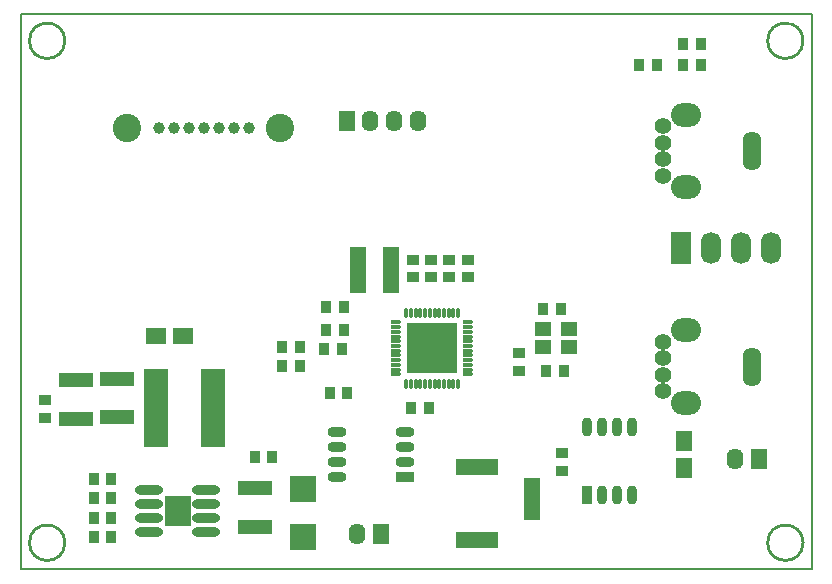
<source format=gts>
%FSLAX25Y25*%
%MOIN*%
G70*
G01*
G75*
G04 Layer_Color=8388736*
%ADD10R,0.02756X0.03347*%
%ADD11R,0.04724X0.04331*%
%ADD12R,0.07874X0.07874*%
%ADD13O,0.08661X0.02362*%
%ADD14R,0.08071X0.09055*%
%ADD15O,0.05500X0.02500*%
%ADD16R,0.05500X0.02500*%
%ADD17R,0.04724X0.14567*%
%ADD18R,0.07559X0.25590*%
%ADD19R,0.06000X0.05000*%
%ADD20R,0.10630X0.03937*%
%ADD21O,0.00787X0.02559*%
%ADD22O,0.02559X0.00787*%
%ADD23R,0.15748X0.15748*%
%ADD24R,0.03347X0.02756*%
%ADD25O,0.02500X0.05500*%
%ADD26R,0.02500X0.05500*%
%ADD27R,0.05000X0.06000*%
%ADD28C,0.03000*%
%ADD29C,0.05000*%
%ADD30C,0.00600*%
%ADD31C,0.00800*%
%ADD32C,0.02000*%
%ADD33C,0.01000*%
%ADD34C,0.01500*%
%ADD35C,0.04000*%
%ADD36R,0.07284X0.19685*%
%ADD37R,0.06800X0.04000*%
%ADD38C,0.00500*%
%ADD39O,0.04724X0.06299*%
%ADD40R,0.04724X0.06299*%
%ADD41C,0.08661*%
%ADD42C,0.03150*%
%ADD43O,0.05906X0.09843*%
%ADD44R,0.05906X0.09843*%
%ADD45C,0.04724*%
%ADD46O,0.09252X0.07087*%
%ADD47O,0.05315X0.12205*%
%ADD48R,0.13386X0.04724*%
%ADD49R,0.04724X0.13386*%
%ADD50C,0.03000*%
%ADD51C,0.04000*%
%ADD52C,0.02000*%
%ADD53C,0.02598*%
%ADD54R,0.02362X0.02362*%
%ADD55R,0.15000X0.11400*%
%ADD56C,0.00984*%
%ADD57C,0.00394*%
%ADD58C,0.00591*%
%ADD59C,0.00787*%
%ADD60R,0.03556X0.04147*%
%ADD61R,0.05524X0.05131*%
%ADD62R,0.08674X0.08674*%
%ADD63O,0.09461X0.03162*%
%ADD64R,0.08871X0.09855*%
%ADD65O,0.06300X0.03300*%
%ADD66R,0.06300X0.03300*%
%ADD67R,0.05524X0.15367*%
%ADD68R,0.08359X0.26391*%
%ADD69R,0.06800X0.05800*%
%ADD70R,0.11430X0.04737*%
%ADD71R,0.00800X0.00800*%
%ADD72R,0.00800X0.00800*%
%ADD73O,0.01587X0.03359*%
%ADD74O,0.03359X0.01587*%
%ADD75R,0.16548X0.16548*%
%ADD76R,0.04147X0.03556*%
%ADD77O,0.03300X0.06300*%
%ADD78R,0.03300X0.06300*%
%ADD79R,0.05800X0.06800*%
%ADD80O,0.05524X0.07099*%
%ADD81R,0.05524X0.07099*%
%ADD82C,0.09461*%
%ADD83C,0.03950*%
%ADD84O,0.06706X0.10642*%
%ADD85R,0.06706X0.10642*%
%ADD86C,0.05524*%
%ADD87O,0.10052X0.07887*%
%ADD88O,0.06115X0.13005*%
%ADD89R,0.14186X0.05524*%
%ADD90R,0.05524X0.14186*%
D33*
X14764Y-8858D02*
G03*
X14764Y-8858I-5906J0D01*
G01*
Y-176181D02*
G03*
X14764Y-176181I-5906J0D01*
G01*
X260827Y-8858D02*
G03*
X260827Y-8858I-5906J0D01*
G01*
Y-176181D02*
G03*
X260827Y-176181I-5906J0D01*
G01*
D38*
X0Y0D02*
X263779D01*
X0Y-185039D02*
Y0D01*
X263779Y-185039D02*
Y0D01*
X0Y-185039D02*
X263779D01*
D60*
X107700Y-97700D02*
D03*
X101795D02*
D03*
X93100Y-117200D02*
D03*
X87195D02*
D03*
X87200Y-110800D02*
D03*
X93106D02*
D03*
X226761Y-16822D02*
D03*
X220855D02*
D03*
X174094Y-98300D02*
D03*
X180000D02*
D03*
X175094Y-118800D02*
D03*
X181000D02*
D03*
X101295Y-111500D02*
D03*
X107200D02*
D03*
X101795Y-105200D02*
D03*
X107700D02*
D03*
X102995Y-126300D02*
D03*
X108900D02*
D03*
X136005Y-131200D02*
D03*
X130100D02*
D03*
X226706Y-9900D02*
D03*
X220800D02*
D03*
X206300Y-16800D02*
D03*
X212206D02*
D03*
X24362Y-174338D02*
D03*
X30268D02*
D03*
X30268Y-161405D02*
D03*
X24362D02*
D03*
X83906Y-147500D02*
D03*
X78000D02*
D03*
X24362Y-154938D02*
D03*
X30268D02*
D03*
X30268Y-167871D02*
D03*
X24362D02*
D03*
D61*
X174169Y-104947D02*
D03*
X182831D02*
D03*
X174169Y-110853D02*
D03*
X182831D02*
D03*
D62*
X94000Y-158352D02*
D03*
Y-174100D02*
D03*
D63*
X61910Y-172724D02*
D03*
Y-168000D02*
D03*
Y-163276D02*
D03*
Y-158551D02*
D03*
X42815Y-172724D02*
D03*
Y-168000D02*
D03*
Y-163276D02*
D03*
Y-158551D02*
D03*
D64*
X52362Y-165638D02*
D03*
D65*
X128000Y-149100D02*
D03*
X105362D02*
D03*
X128000Y-139100D02*
D03*
Y-144100D02*
D03*
X105362Y-139100D02*
D03*
Y-154100D02*
D03*
Y-144100D02*
D03*
D66*
X128000Y-154100D02*
D03*
D67*
X123624Y-85200D02*
D03*
X112600D02*
D03*
D68*
X45024Y-131100D02*
D03*
X64000D02*
D03*
D69*
X54000Y-107100D02*
D03*
X45000D02*
D03*
D70*
X78000Y-170795D02*
D03*
Y-158000D02*
D03*
X18500Y-122005D02*
D03*
Y-134800D02*
D03*
X32000Y-121605D02*
D03*
Y-134400D02*
D03*
D71*
X137200Y-112778D02*
D03*
Y-110022D02*
D03*
Y-114746D02*
D03*
Y-108054D02*
D03*
D72*
X138578Y-111400D02*
D03*
X135822D02*
D03*
X140547D02*
D03*
X133853D02*
D03*
D73*
X128539Y-99490D02*
D03*
X130113D02*
D03*
X131688D02*
D03*
X133263D02*
D03*
X134838D02*
D03*
X136413D02*
D03*
X137987D02*
D03*
X139562D02*
D03*
X141137D02*
D03*
X142712D02*
D03*
X144287D02*
D03*
X145861D02*
D03*
Y-123309D02*
D03*
X144287D02*
D03*
X142712D02*
D03*
X141137D02*
D03*
X139562D02*
D03*
X137987D02*
D03*
X136413D02*
D03*
X134838D02*
D03*
X133263D02*
D03*
X131688D02*
D03*
X130113D02*
D03*
X128539D02*
D03*
D74*
X149109Y-102739D02*
D03*
Y-104313D02*
D03*
Y-105888D02*
D03*
Y-107463D02*
D03*
Y-109038D02*
D03*
Y-110613D02*
D03*
Y-112187D02*
D03*
Y-113762D02*
D03*
Y-115337D02*
D03*
Y-116912D02*
D03*
Y-118487D02*
D03*
Y-120061D02*
D03*
X125291D02*
D03*
Y-118487D02*
D03*
Y-116912D02*
D03*
Y-115337D02*
D03*
Y-113762D02*
D03*
Y-112187D02*
D03*
Y-110613D02*
D03*
Y-109038D02*
D03*
Y-107463D02*
D03*
Y-105888D02*
D03*
Y-104313D02*
D03*
Y-102739D02*
D03*
D75*
X137200Y-111400D02*
D03*
D76*
X180600Y-152206D02*
D03*
Y-146300D02*
D03*
X142967Y-81795D02*
D03*
Y-87700D02*
D03*
X8200Y-128694D02*
D03*
Y-134600D02*
D03*
X149000Y-87700D02*
D03*
Y-81795D02*
D03*
X136933Y-87700D02*
D03*
Y-81795D02*
D03*
X130900Y-87700D02*
D03*
Y-81795D02*
D03*
X166200Y-112900D02*
D03*
Y-118806D02*
D03*
D77*
X193800Y-160200D02*
D03*
Y-137562D02*
D03*
X203800Y-160200D02*
D03*
X198800D02*
D03*
X203800Y-137562D02*
D03*
X188800D02*
D03*
X198800D02*
D03*
D78*
X188800Y-160200D02*
D03*
D79*
X221000Y-142400D02*
D03*
Y-151400D02*
D03*
D80*
X132322Y-35600D02*
D03*
X124448D02*
D03*
X116574D02*
D03*
X238126Y-148300D02*
D03*
X112126Y-173200D02*
D03*
D81*
X108700Y-35600D02*
D03*
X246000Y-148300D02*
D03*
X120000Y-173200D02*
D03*
D82*
X86512Y-38000D02*
D03*
X35488D02*
D03*
D83*
X76000D02*
D03*
X71000D02*
D03*
X66000D02*
D03*
X61000D02*
D03*
X56000D02*
D03*
X51000D02*
D03*
X46000D02*
D03*
D84*
X230000Y-77800D02*
D03*
X250000D02*
D03*
X240000D02*
D03*
D85*
X220000D02*
D03*
D86*
X214000Y-37365D02*
D03*
Y-42876D02*
D03*
Y-48388D02*
D03*
Y-53900D02*
D03*
Y-109165D02*
D03*
Y-114676D02*
D03*
Y-120188D02*
D03*
Y-125700D02*
D03*
D87*
X221874Y-57758D02*
D03*
Y-33506D02*
D03*
Y-129558D02*
D03*
Y-105306D02*
D03*
D88*
X243921Y-45632D02*
D03*
Y-117432D02*
D03*
D89*
X152000Y-175372D02*
D03*
Y-150963D02*
D03*
D90*
X170504Y-161593D02*
D03*
M02*

</source>
